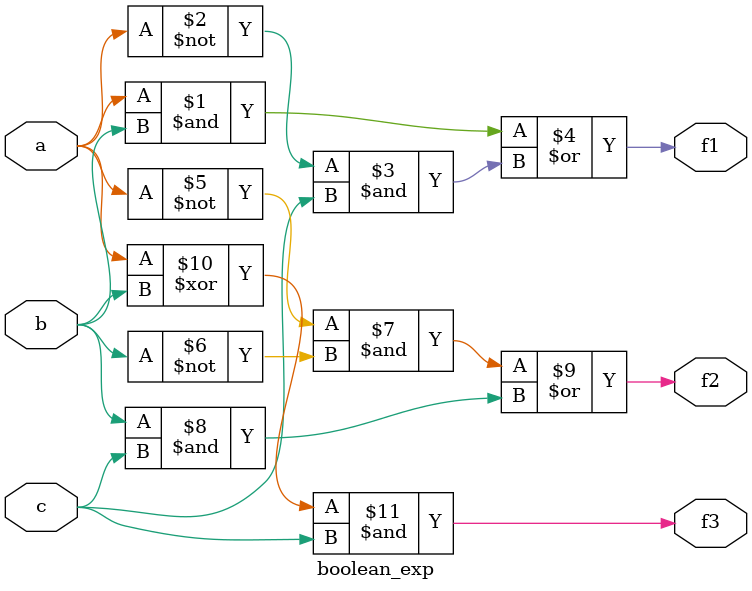
<source format=v>
module boolean_exp(
input a,b,c,
output f1,f2,f3
);
assign f1=(a&b)|(~a&c);
assign f2=(~a&~b)|(b&c);
assign f3=(a^b)&c;
endmodule

</source>
